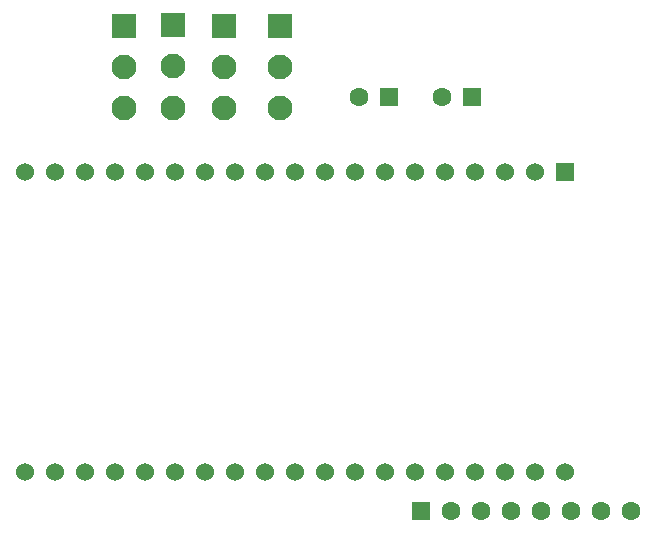
<source format=gbr>
%TF.GenerationSoftware,Altium Limited,Altium Designer,23.4.1 (23)*%
G04 Layer_Physical_Order=1*
G04 Layer_Color=255*
%FSLAX45Y45*%
%MOMM*%
%TF.SameCoordinates,4612104F-FF11-4B61-8F75-198C561852D9*%
%TF.FilePolarity,Positive*%
%TF.FileFunction,Copper,L1,Top,Signal*%
%TF.Part,Single*%
G01*
G75*
%TA.AperFunction,ComponentPad*%
%ADD10R,2.10000X2.10000*%
%ADD11C,2.10000*%
%ADD12R,1.53000X1.53000*%
%ADD13C,1.53000*%
%ADD14C,1.60000*%
%ADD15R,1.60000X1.60000*%
D10*
X4851400Y6941300D02*
D03*
X4419600Y6946900D02*
D03*
X4000500Y6941300D02*
D03*
X5321300D02*
D03*
D11*
X4851400Y6591300D02*
D03*
Y6241300D02*
D03*
X4419600Y6596900D02*
D03*
Y6246900D02*
D03*
X4000500Y6591300D02*
D03*
Y6241300D02*
D03*
X5321300Y6591300D02*
D03*
Y6241300D02*
D03*
D12*
X7733300Y5702300D02*
D03*
D13*
X7479300D02*
D03*
X7225300D02*
D03*
X6971300D02*
D03*
X6717300D02*
D03*
X6463300D02*
D03*
X6209300D02*
D03*
X5955300D02*
D03*
X5701300D02*
D03*
X5447300D02*
D03*
X5193300D02*
D03*
X4939300D02*
D03*
X4685300D02*
D03*
X4431300D02*
D03*
X4177300D02*
D03*
X3923300D02*
D03*
X3669300D02*
D03*
X3415300D02*
D03*
X3161300D02*
D03*
Y3162300D02*
D03*
X3415300D02*
D03*
X3669300D02*
D03*
X3923300D02*
D03*
X4177300D02*
D03*
X4431300D02*
D03*
X4685300D02*
D03*
X4939300D02*
D03*
X5193300D02*
D03*
X5447300D02*
D03*
X5701300D02*
D03*
X5955300D02*
D03*
X6209300D02*
D03*
X6463300D02*
D03*
X6717300D02*
D03*
X6971300D02*
D03*
X7225300D02*
D03*
X7479300D02*
D03*
X7733300D02*
D03*
D14*
X5994400Y6337300D02*
D03*
X8293100Y2832100D02*
D03*
X8039100D02*
D03*
X7531100D02*
D03*
X7023100D02*
D03*
X6769100D02*
D03*
X7277100D02*
D03*
X7785100D02*
D03*
X6692900Y6337300D02*
D03*
D15*
X6248400D02*
D03*
X6515100Y2832100D02*
D03*
X6946900Y6337300D02*
D03*
%TF.MD5,1ae86d98a18a000359750894b8d364e4*%
M02*

</source>
